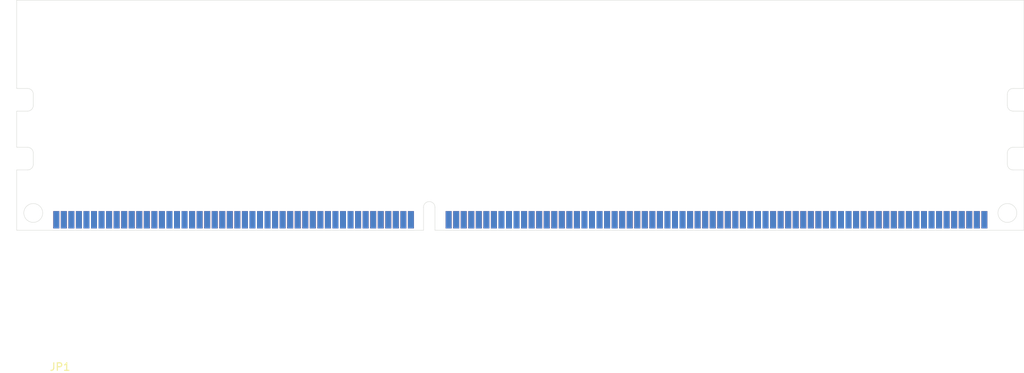
<source format=kicad_pcb>
(kicad_pcb (version 20171130) (host pcbnew "(5.1.4)-1")

  (general
    (thickness 1.3)
    (drawings 34)
    (tracks 0)
    (zones 0)
    (modules 1)
    (nets 1)
  )

  (page A4)
  (layers
    (0 F.Cu signal)
    (31 B.Cu signal)
    (32 B.Adhes user)
    (33 F.Adhes user)
    (34 B.Paste user)
    (35 F.Paste user)
    (36 B.SilkS user)
    (37 F.SilkS user)
    (38 B.Mask user)
    (39 F.Mask user)
    (40 Dwgs.User user)
    (41 Cmts.User user)
    (42 Eco1.User user)
    (43 Eco2.User user)
    (44 Edge.Cuts user)
    (45 Margin user)
    (46 B.CrtYd user)
    (47 F.CrtYd user)
    (48 B.Fab user)
    (49 F.Fab user)
  )

  (setup
    (last_trace_width 0.25)
    (trace_clearance 0.2)
    (zone_clearance 0.508)
    (zone_45_only no)
    (trace_min 0.2)
    (via_size 0.8)
    (via_drill 0.4)
    (via_min_size 0.4)
    (via_min_drill 0.3)
    (uvia_size 0.3)
    (uvia_drill 0.1)
    (uvias_allowed no)
    (uvia_min_size 0.2)
    (uvia_min_drill 0.1)
    (edge_width 0.05)
    (segment_width 0.2)
    (pcb_text_width 0.3)
    (pcb_text_size 1.5 1.5)
    (mod_edge_width 0.12)
    (mod_text_size 1 1)
    (mod_text_width 0.15)
    (pad_size 1.524 1.524)
    (pad_drill 0.762)
    (pad_to_mask_clearance 0.051)
    (solder_mask_min_width 0.25)
    (aux_axis_origin 0 0)
    (visible_elements 7FFFFFFF)
    (pcbplotparams
      (layerselection 0x010fc_ffffffff)
      (usegerberextensions false)
      (usegerberattributes false)
      (usegerberadvancedattributes false)
      (creategerberjobfile false)
      (excludeedgelayer true)
      (linewidth 0.100000)
      (plotframeref false)
      (viasonmask false)
      (mode 1)
      (useauxorigin false)
      (hpglpennumber 1)
      (hpglpenspeed 20)
      (hpglpendiameter 15.000000)
      (psnegative false)
      (psa4output false)
      (plotreference true)
      (plotvalue true)
      (plotinvisibletext false)
      (padsonsilk false)
      (subtractmaskfromsilk false)
      (outputformat 1)
      (mirror false)
      (drillshape 1)
      (scaleselection 1)
      (outputdirectory ""))
  )

  (net 0 "")

  (net_class Default "Esta es la clase de red por defecto."
    (clearance 0.2)
    (trace_width 0.25)
    (via_dia 0.8)
    (via_drill 0.4)
    (uvia_dia 0.3)
    (uvia_drill 0.1)
    (add_net "Net-(JP1-Pad1)")
    (add_net "Net-(JP1-Pad10)")
    (add_net "Net-(JP1-Pad100)")
    (add_net "Net-(JP1-Pad101)")
    (add_net "Net-(JP1-Pad102)")
    (add_net "Net-(JP1-Pad103)")
    (add_net "Net-(JP1-Pad104)")
    (add_net "Net-(JP1-Pad105)")
    (add_net "Net-(JP1-Pad106)")
    (add_net "Net-(JP1-Pad107)")
    (add_net "Net-(JP1-Pad108)")
    (add_net "Net-(JP1-Pad109)")
    (add_net "Net-(JP1-Pad11)")
    (add_net "Net-(JP1-Pad110)")
    (add_net "Net-(JP1-Pad111)")
    (add_net "Net-(JP1-Pad112)")
    (add_net "Net-(JP1-Pad113)")
    (add_net "Net-(JP1-Pad114)")
    (add_net "Net-(JP1-Pad115)")
    (add_net "Net-(JP1-Pad116)")
    (add_net "Net-(JP1-Pad117)")
    (add_net "Net-(JP1-Pad118)")
    (add_net "Net-(JP1-Pad119)")
    (add_net "Net-(JP1-Pad12)")
    (add_net "Net-(JP1-Pad120)")
    (add_net "Net-(JP1-Pad121)")
    (add_net "Net-(JP1-Pad122)")
    (add_net "Net-(JP1-Pad123)")
    (add_net "Net-(JP1-Pad124)")
    (add_net "Net-(JP1-Pad125)")
    (add_net "Net-(JP1-Pad126)")
    (add_net "Net-(JP1-Pad127)")
    (add_net "Net-(JP1-Pad128)")
    (add_net "Net-(JP1-Pad129)")
    (add_net "Net-(JP1-Pad13)")
    (add_net "Net-(JP1-Pad130)")
    (add_net "Net-(JP1-Pad131)")
    (add_net "Net-(JP1-Pad132)")
    (add_net "Net-(JP1-Pad133)")
    (add_net "Net-(JP1-Pad134)")
    (add_net "Net-(JP1-Pad135)")
    (add_net "Net-(JP1-Pad136)")
    (add_net "Net-(JP1-Pad137)")
    (add_net "Net-(JP1-Pad138)")
    (add_net "Net-(JP1-Pad139)")
    (add_net "Net-(JP1-Pad14)")
    (add_net "Net-(JP1-Pad140)")
    (add_net "Net-(JP1-Pad141)")
    (add_net "Net-(JP1-Pad142)")
    (add_net "Net-(JP1-Pad143)")
    (add_net "Net-(JP1-Pad144)")
    (add_net "Net-(JP1-Pad145)")
    (add_net "Net-(JP1-Pad146)")
    (add_net "Net-(JP1-Pad147)")
    (add_net "Net-(JP1-Pad148)")
    (add_net "Net-(JP1-Pad149)")
    (add_net "Net-(JP1-Pad15)")
    (add_net "Net-(JP1-Pad150)")
    (add_net "Net-(JP1-Pad151)")
    (add_net "Net-(JP1-Pad152)")
    (add_net "Net-(JP1-Pad153)")
    (add_net "Net-(JP1-Pad154)")
    (add_net "Net-(JP1-Pad155)")
    (add_net "Net-(JP1-Pad156)")
    (add_net "Net-(JP1-Pad157)")
    (add_net "Net-(JP1-Pad158)")
    (add_net "Net-(JP1-Pad159)")
    (add_net "Net-(JP1-Pad16)")
    (add_net "Net-(JP1-Pad160)")
    (add_net "Net-(JP1-Pad161)")
    (add_net "Net-(JP1-Pad162)")
    (add_net "Net-(JP1-Pad163)")
    (add_net "Net-(JP1-Pad164)")
    (add_net "Net-(JP1-Pad165)")
    (add_net "Net-(JP1-Pad166)")
    (add_net "Net-(JP1-Pad167)")
    (add_net "Net-(JP1-Pad168)")
    (add_net "Net-(JP1-Pad169)")
    (add_net "Net-(JP1-Pad17)")
    (add_net "Net-(JP1-Pad170)")
    (add_net "Net-(JP1-Pad171)")
    (add_net "Net-(JP1-Pad172)")
    (add_net "Net-(JP1-Pad173)")
    (add_net "Net-(JP1-Pad174)")
    (add_net "Net-(JP1-Pad175)")
    (add_net "Net-(JP1-Pad176)")
    (add_net "Net-(JP1-Pad177)")
    (add_net "Net-(JP1-Pad178)")
    (add_net "Net-(JP1-Pad179)")
    (add_net "Net-(JP1-Pad18)")
    (add_net "Net-(JP1-Pad180)")
    (add_net "Net-(JP1-Pad181)")
    (add_net "Net-(JP1-Pad182)")
    (add_net "Net-(JP1-Pad183)")
    (add_net "Net-(JP1-Pad184)")
    (add_net "Net-(JP1-Pad185)")
    (add_net "Net-(JP1-Pad186)")
    (add_net "Net-(JP1-Pad187)")
    (add_net "Net-(JP1-Pad188)")
    (add_net "Net-(JP1-Pad189)")
    (add_net "Net-(JP1-Pad19)")
    (add_net "Net-(JP1-Pad190)")
    (add_net "Net-(JP1-Pad191)")
    (add_net "Net-(JP1-Pad192)")
    (add_net "Net-(JP1-Pad193)")
    (add_net "Net-(JP1-Pad194)")
    (add_net "Net-(JP1-Pad195)")
    (add_net "Net-(JP1-Pad196)")
    (add_net "Net-(JP1-Pad197)")
    (add_net "Net-(JP1-Pad198)")
    (add_net "Net-(JP1-Pad199)")
    (add_net "Net-(JP1-Pad2)")
    (add_net "Net-(JP1-Pad20)")
    (add_net "Net-(JP1-Pad200)")
    (add_net "Net-(JP1-Pad201)")
    (add_net "Net-(JP1-Pad202)")
    (add_net "Net-(JP1-Pad203)")
    (add_net "Net-(JP1-Pad204)")
    (add_net "Net-(JP1-Pad205)")
    (add_net "Net-(JP1-Pad206)")
    (add_net "Net-(JP1-Pad207)")
    (add_net "Net-(JP1-Pad208)")
    (add_net "Net-(JP1-Pad209)")
    (add_net "Net-(JP1-Pad21)")
    (add_net "Net-(JP1-Pad210)")
    (add_net "Net-(JP1-Pad211)")
    (add_net "Net-(JP1-Pad212)")
    (add_net "Net-(JP1-Pad213)")
    (add_net "Net-(JP1-Pad214)")
    (add_net "Net-(JP1-Pad215)")
    (add_net "Net-(JP1-Pad216)")
    (add_net "Net-(JP1-Pad217)")
    (add_net "Net-(JP1-Pad218)")
    (add_net "Net-(JP1-Pad219)")
    (add_net "Net-(JP1-Pad22)")
    (add_net "Net-(JP1-Pad220)")
    (add_net "Net-(JP1-Pad221)")
    (add_net "Net-(JP1-Pad222)")
    (add_net "Net-(JP1-Pad223)")
    (add_net "Net-(JP1-Pad224)")
    (add_net "Net-(JP1-Pad225)")
    (add_net "Net-(JP1-Pad226)")
    (add_net "Net-(JP1-Pad227)")
    (add_net "Net-(JP1-Pad228)")
    (add_net "Net-(JP1-Pad229)")
    (add_net "Net-(JP1-Pad23)")
    (add_net "Net-(JP1-Pad230)")
    (add_net "Net-(JP1-Pad231)")
    (add_net "Net-(JP1-Pad232)")
    (add_net "Net-(JP1-Pad233)")
    (add_net "Net-(JP1-Pad234)")
    (add_net "Net-(JP1-Pad235)")
    (add_net "Net-(JP1-Pad236)")
    (add_net "Net-(JP1-Pad237)")
    (add_net "Net-(JP1-Pad238)")
    (add_net "Net-(JP1-Pad239)")
    (add_net "Net-(JP1-Pad24)")
    (add_net "Net-(JP1-Pad240)")
    (add_net "Net-(JP1-Pad25)")
    (add_net "Net-(JP1-Pad26)")
    (add_net "Net-(JP1-Pad27)")
    (add_net "Net-(JP1-Pad28)")
    (add_net "Net-(JP1-Pad29)")
    (add_net "Net-(JP1-Pad3)")
    (add_net "Net-(JP1-Pad30)")
    (add_net "Net-(JP1-Pad31)")
    (add_net "Net-(JP1-Pad32)")
    (add_net "Net-(JP1-Pad33)")
    (add_net "Net-(JP1-Pad34)")
    (add_net "Net-(JP1-Pad35)")
    (add_net "Net-(JP1-Pad36)")
    (add_net "Net-(JP1-Pad37)")
    (add_net "Net-(JP1-Pad38)")
    (add_net "Net-(JP1-Pad39)")
    (add_net "Net-(JP1-Pad4)")
    (add_net "Net-(JP1-Pad40)")
    (add_net "Net-(JP1-Pad41)")
    (add_net "Net-(JP1-Pad42)")
    (add_net "Net-(JP1-Pad43)")
    (add_net "Net-(JP1-Pad44)")
    (add_net "Net-(JP1-Pad45)")
    (add_net "Net-(JP1-Pad46)")
    (add_net "Net-(JP1-Pad47)")
    (add_net "Net-(JP1-Pad48)")
    (add_net "Net-(JP1-Pad49)")
    (add_net "Net-(JP1-Pad5)")
    (add_net "Net-(JP1-Pad50)")
    (add_net "Net-(JP1-Pad51)")
    (add_net "Net-(JP1-Pad52)")
    (add_net "Net-(JP1-Pad53)")
    (add_net "Net-(JP1-Pad54)")
    (add_net "Net-(JP1-Pad55)")
    (add_net "Net-(JP1-Pad56)")
    (add_net "Net-(JP1-Pad57)")
    (add_net "Net-(JP1-Pad58)")
    (add_net "Net-(JP1-Pad59)")
    (add_net "Net-(JP1-Pad6)")
    (add_net "Net-(JP1-Pad60)")
    (add_net "Net-(JP1-Pad61)")
    (add_net "Net-(JP1-Pad62)")
    (add_net "Net-(JP1-Pad63)")
    (add_net "Net-(JP1-Pad64)")
    (add_net "Net-(JP1-Pad65)")
    (add_net "Net-(JP1-Pad66)")
    (add_net "Net-(JP1-Pad67)")
    (add_net "Net-(JP1-Pad68)")
    (add_net "Net-(JP1-Pad69)")
    (add_net "Net-(JP1-Pad7)")
    (add_net "Net-(JP1-Pad70)")
    (add_net "Net-(JP1-Pad71)")
    (add_net "Net-(JP1-Pad72)")
    (add_net "Net-(JP1-Pad73)")
    (add_net "Net-(JP1-Pad74)")
    (add_net "Net-(JP1-Pad75)")
    (add_net "Net-(JP1-Pad76)")
    (add_net "Net-(JP1-Pad77)")
    (add_net "Net-(JP1-Pad78)")
    (add_net "Net-(JP1-Pad79)")
    (add_net "Net-(JP1-Pad8)")
    (add_net "Net-(JP1-Pad80)")
    (add_net "Net-(JP1-Pad81)")
    (add_net "Net-(JP1-Pad82)")
    (add_net "Net-(JP1-Pad83)")
    (add_net "Net-(JP1-Pad84)")
    (add_net "Net-(JP1-Pad85)")
    (add_net "Net-(JP1-Pad86)")
    (add_net "Net-(JP1-Pad87)")
    (add_net "Net-(JP1-Pad88)")
    (add_net "Net-(JP1-Pad89)")
    (add_net "Net-(JP1-Pad9)")
    (add_net "Net-(JP1-Pad90)")
    (add_net "Net-(JP1-Pad91)")
    (add_net "Net-(JP1-Pad92)")
    (add_net "Net-(JP1-Pad93)")
    (add_net "Net-(JP1-Pad94)")
    (add_net "Net-(JP1-Pad95)")
    (add_net "Net-(JP1-Pad96)")
    (add_net "Net-(JP1-Pad97)")
    (add_net "Net-(JP1-Pad98)")
    (add_net "Net-(JP1-Pad99)")
  )

  (module DDR3_UDIMM:DDR3_UDIMM (layer F.Cu) (tedit 601F0D7A) (tstamp 6020C61C)
    (at 5.25 -1.4)
    (path /6025FAF9/6025FC21)
    (fp_text reference JP1 (at 0.5 19.5) (layer F.SilkS)
      (effects (font (size 1 1) (thickness 0.15)))
    )
    (fp_text value DDR3_UDIMM_PINOUT (at 0.5 18.5) (layer F.Fab)
      (effects (font (size 1 1) (thickness 0.15)))
    )
    (pad 132 smd rect (at 11 0) (size 0.8 2.3) (layers B.Cu B.Paste B.Mask))
    (pad 182 smd rect (at 65 0) (size 0.8 2.3) (layers B.Cu B.Paste B.Mask))
    (pad 152 smd rect (at 31 0) (size 0.8 2.3) (layers B.Cu B.Paste B.Mask))
    (pad 175 smd rect (at 58 0) (size 0.8 2.3) (layers B.Cu B.Paste B.Mask))
    (pad 181 smd rect (at 64 0) (size 0.8 2.3) (layers B.Cu B.Paste B.Mask))
    (pad 184 smd rect (at 67 0) (size 0.8 2.3) (layers B.Cu B.Paste B.Mask))
    (pad 180 smd rect (at 63 0) (size 0.8 2.3) (layers B.Cu B.Paste B.Mask))
    (pad 177 smd rect (at 60 0) (size 0.8 2.3) (layers B.Cu B.Paste B.Mask))
    (pad 125 smd rect (at 4 0) (size 0.8 2.3) (layers B.Cu B.Paste B.Mask))
    (pad 135 smd rect (at 14 0) (size 0.8 2.3) (layers B.Cu B.Paste B.Mask))
    (pad 164 smd rect (at 43 0) (size 0.8 2.3) (layers B.Cu B.Paste B.Mask))
    (pad 159 smd rect (at 38 0) (size 0.8 2.3) (layers B.Cu B.Paste B.Mask))
    (pad 183 smd rect (at 66 0) (size 0.8 2.3) (layers B.Cu B.Paste B.Mask))
    (pad 141 smd rect (at 20 0) (size 0.8 2.3) (layers B.Cu B.Paste B.Mask))
    (pad 155 smd rect (at 34 0) (size 0.8 2.3) (layers B.Cu B.Paste B.Mask))
    (pad 161 smd rect (at 40 0) (size 0.8 2.3) (layers B.Cu B.Paste B.Mask))
    (pad 173 smd rect (at 56 0) (size 0.8 2.3) (layers B.Cu B.Paste B.Mask))
    (pad 162 smd rect (at 41 0) (size 0.8 2.3) (layers B.Cu B.Paste B.Mask))
    (pad 127 smd rect (at 6 0) (size 0.8 2.3) (layers B.Cu B.Paste B.Mask))
    (pad 126 smd rect (at 5 0) (size 0.8 2.3) (layers B.Cu B.Paste B.Mask))
    (pad 133 smd rect (at 12 0) (size 0.8 2.3) (layers B.Cu B.Paste B.Mask))
    (pad 123 smd rect (at 2 0) (size 0.8 2.3) (layers B.Cu B.Paste B.Mask))
    (pad 145 smd rect (at 24 0) (size 0.8 2.3) (layers B.Cu B.Paste B.Mask))
    (pad 166 smd rect (at 45 0) (size 0.8 2.3) (layers B.Cu B.Paste B.Mask))
    (pad 156 smd rect (at 35 0) (size 0.8 2.3) (layers B.Cu B.Paste B.Mask))
    (pad 168 smd rect (at 47 0) (size 0.8 2.3) (layers B.Cu B.Paste B.Mask))
    (pad 169 smd rect (at 52 0) (size 0.8 2.3) (layers B.Cu B.Paste B.Mask))
    (pad 170 smd rect (at 53 0) (size 0.8 2.3) (layers B.Cu B.Paste B.Mask))
    (pad 172 smd rect (at 55 0) (size 0.8 2.3) (layers B.Cu B.Paste B.Mask))
    (pad 163 smd rect (at 42 0) (size 0.8 2.3) (layers B.Cu B.Paste B.Mask))
    (pad 128 smd rect (at 7 0) (size 0.8 2.3) (layers B.Cu B.Paste B.Mask))
    (pad 139 smd rect (at 18 0) (size 0.8 2.3) (layers B.Cu B.Paste B.Mask))
    (pad 122 smd rect (at 1 0) (size 0.8 2.3) (layers B.Cu B.Paste B.Mask))
    (pad 144 smd rect (at 23 0) (size 0.8 2.3) (layers B.Cu B.Paste B.Mask))
    (pad 153 smd rect (at 32 0) (size 0.8 2.3) (layers B.Cu B.Paste B.Mask))
    (pad 142 smd rect (at 21 0) (size 0.8 2.3) (layers B.Cu B.Paste B.Mask))
    (pad 160 smd rect (at 39 0) (size 0.8 2.3) (layers B.Cu B.Paste B.Mask))
    (pad 171 smd rect (at 54 0) (size 0.8 2.3) (layers B.Cu B.Paste B.Mask))
    (pad 157 smd rect (at 36 0) (size 0.8 2.3) (layers B.Cu B.Paste B.Mask))
    (pad 167 smd rect (at 46 0) (size 0.8 2.3) (layers B.Cu B.Paste B.Mask))
    (pad 131 smd rect (at 10 0) (size 0.8 2.3) (layers B.Cu B.Paste B.Mask))
    (pad 147 smd rect (at 26 0) (size 0.8 2.3) (layers B.Cu B.Paste B.Mask))
    (pad 178 smd rect (at 61 0) (size 0.8 2.3) (layers B.Cu B.Paste B.Mask))
    (pad 121 smd rect (at 0 0) (size 0.8 2.3) (layers B.Cu B.Paste B.Mask))
    (pad 148 smd rect (at 27 0) (size 0.8 2.3) (layers B.Cu B.Paste B.Mask))
    (pad 150 smd rect (at 29 0) (size 0.8 2.3) (layers B.Cu B.Paste B.Mask))
    (pad 137 smd rect (at 16 0) (size 0.8 2.3) (layers B.Cu B.Paste B.Mask))
    (pad 174 smd rect (at 57 0) (size 0.8 2.3) (layers B.Cu B.Paste B.Mask))
    (pad 158 smd rect (at 37 0) (size 0.8 2.3) (layers B.Cu B.Paste B.Mask))
    (pad 179 smd rect (at 62 0) (size 0.8 2.3) (layers B.Cu B.Paste B.Mask))
    (pad 140 smd rect (at 19 0) (size 0.8 2.3) (layers B.Cu B.Paste B.Mask))
    (pad 138 smd rect (at 17 0) (size 0.8 2.3) (layers B.Cu B.Paste B.Mask))
    (pad 130 smd rect (at 9 0) (size 0.8 2.3) (layers B.Cu B.Paste B.Mask))
    (pad 134 smd rect (at 13 0) (size 0.8 2.3) (layers B.Cu B.Paste B.Mask))
    (pad 136 smd rect (at 15 0) (size 0.8 2.3) (layers B.Cu B.Paste B.Mask))
    (pad 143 smd rect (at 22 0) (size 0.8 2.3) (layers B.Cu B.Paste B.Mask))
    (pad 146 smd rect (at 25 0) (size 0.8 2.3) (layers B.Cu B.Paste B.Mask))
    (pad 124 smd rect (at 3 0) (size 0.8 2.3) (layers B.Cu B.Paste B.Mask))
    (pad 151 smd rect (at 30 0) (size 0.8 2.3) (layers B.Cu B.Paste B.Mask))
    (pad 154 smd rect (at 33 0) (size 0.8 2.3) (layers B.Cu B.Paste B.Mask))
    (pad 129 smd rect (at 8 0) (size 0.8 2.3) (layers B.Cu B.Paste B.Mask))
    (pad 149 smd rect (at 28 0) (size 0.8 2.3) (layers B.Cu B.Paste B.Mask))
    (pad 176 smd rect (at 59 0) (size 0.8 2.3) (layers B.Cu B.Paste B.Mask))
    (pad 240 smd rect (at 123 0) (size 0.8 2.3) (layers B.Cu B.Paste B.Mask))
    (pad 221 smd rect (at 104 0) (size 0.8 2.3) (layers B.Cu B.Paste B.Mask))
    (pad 238 smd rect (at 121 0) (size 0.8 2.3) (layers B.Cu B.Paste B.Mask))
    (pad 190 smd rect (at 73 0) (size 0.8 2.3) (layers B.Cu B.Paste B.Mask))
    (pad 213 smd rect (at 96 0) (size 0.8 2.3) (layers B.Cu B.Paste B.Mask))
    (pad 217 smd rect (at 100 0) (size 0.8 2.3) (layers B.Cu B.Paste B.Mask))
    (pad 206 smd rect (at 89 0) (size 0.8 2.3) (layers B.Cu B.Paste B.Mask))
    (pad 211 smd rect (at 94 0) (size 0.8 2.3) (layers B.Cu B.Paste B.Mask))
    (pad 209 smd rect (at 92 0) (size 0.8 2.3) (layers B.Cu B.Paste B.Mask))
    (pad 187 smd rect (at 70 0) (size 0.8 2.3) (layers B.Cu B.Paste B.Mask))
    (pad 189 smd rect (at 72 0) (size 0.8 2.3) (layers B.Cu B.Paste B.Mask))
    (pad 200 smd rect (at 83 0) (size 0.8 2.3) (layers B.Cu B.Paste B.Mask))
    (pad 236 smd rect (at 119 0) (size 0.8 2.3) (layers B.Cu B.Paste B.Mask))
    (pad 222 smd rect (at 105 0) (size 0.8 2.3) (layers B.Cu B.Paste B.Mask))
    (pad 197 smd rect (at 80 0) (size 0.8 2.3) (layers B.Cu B.Paste B.Mask))
    (pad 235 smd rect (at 118 0) (size 0.8 2.3) (layers B.Cu B.Paste B.Mask))
    (pad 234 smd rect (at 117 0) (size 0.8 2.3) (layers B.Cu B.Paste B.Mask))
    (pad 231 smd rect (at 114 0) (size 0.8 2.3) (layers B.Cu B.Paste B.Mask))
    (pad 199 smd rect (at 82 0) (size 0.8 2.3) (layers B.Cu B.Paste B.Mask))
    (pad 232 smd rect (at 115 0) (size 0.8 2.3) (layers B.Cu B.Paste B.Mask))
    (pad 226 smd rect (at 109 0) (size 0.8 2.3) (layers B.Cu B.Paste B.Mask))
    (pad 198 smd rect (at 81 0) (size 0.8 2.3) (layers B.Cu B.Paste B.Mask))
    (pad 193 smd rect (at 76 0) (size 0.8 2.3) (layers B.Cu B.Paste B.Mask))
    (pad 218 smd rect (at 101 0) (size 0.8 2.3) (layers B.Cu B.Paste B.Mask))
    (pad 223 smd rect (at 106 0) (size 0.8 2.3) (layers B.Cu B.Paste B.Mask))
    (pad 228 smd rect (at 111 0) (size 0.8 2.3) (layers B.Cu B.Paste B.Mask))
    (pad 186 smd rect (at 69 0) (size 0.8 2.3) (layers B.Cu B.Paste B.Mask))
    (pad 230 smd rect (at 113 0) (size 0.8 2.3) (layers B.Cu B.Paste B.Mask))
    (pad 210 smd rect (at 93 0) (size 0.8 2.3) (layers B.Cu B.Paste B.Mask))
    (pad 216 smd rect (at 99 0) (size 0.8 2.3) (layers B.Cu B.Paste B.Mask))
    (pad 192 smd rect (at 75 0) (size 0.8 2.3) (layers B.Cu B.Paste B.Mask))
    (pad 237 smd rect (at 120 0) (size 0.8 2.3) (layers B.Cu B.Paste B.Mask))
    (pad 188 smd rect (at 71 0) (size 0.8 2.3) (layers B.Cu B.Paste B.Mask))
    (pad 194 smd rect (at 77 0) (size 0.8 2.3) (layers B.Cu B.Paste B.Mask))
    (pad 225 smd rect (at 108 0) (size 0.8 2.3) (layers B.Cu B.Paste B.Mask))
    (pad 219 smd rect (at 102 0) (size 0.8 2.3) (layers B.Cu B.Paste B.Mask))
    (pad 239 smd rect (at 122 0) (size 0.8 2.3) (layers B.Cu B.Paste B.Mask))
    (pad 215 smd rect (at 98 0) (size 0.8 2.3) (layers B.Cu B.Paste B.Mask))
    (pad 191 smd rect (at 74 0) (size 0.8 2.3) (layers B.Cu B.Paste B.Mask))
    (pad 203 smd rect (at 86 0) (size 0.8 2.3) (layers B.Cu B.Paste B.Mask))
    (pad 224 smd rect (at 107 0) (size 0.8 2.3) (layers B.Cu B.Paste B.Mask))
    (pad 208 smd rect (at 91 0) (size 0.8 2.3) (layers B.Cu B.Paste B.Mask))
    (pad 195 smd rect (at 78 0) (size 0.8 2.3) (layers B.Cu B.Paste B.Mask))
    (pad 233 smd rect (at 116 0) (size 0.8 2.3) (layers B.Cu B.Paste B.Mask))
    (pad 207 smd rect (at 90 0) (size 0.8 2.3) (layers B.Cu B.Paste B.Mask))
    (pad 214 smd rect (at 97 0) (size 0.8 2.3) (layers B.Cu B.Paste B.Mask))
    (pad 204 smd rect (at 87 0) (size 0.8 2.3) (layers B.Cu B.Paste B.Mask))
    (pad 196 smd rect (at 79 0) (size 0.8 2.3) (layers B.Cu B.Paste B.Mask))
    (pad 201 smd rect (at 84 0) (size 0.8 2.3) (layers B.Cu B.Paste B.Mask))
    (pad 202 smd rect (at 85 0) (size 0.8 2.3) (layers B.Cu B.Paste B.Mask))
    (pad 165 smd rect (at 44 0) (size 0.8 2.3) (layers B.Cu B.Paste B.Mask))
    (pad 205 smd rect (at 88 0) (size 0.8 2.3) (layers B.Cu B.Paste B.Mask))
    (pad 185 smd rect (at 68 0) (size 0.8 2.3) (layers B.Cu B.Paste B.Mask))
    (pad 227 smd rect (at 110 0) (size 0.8 2.3) (layers B.Cu B.Paste B.Mask))
    (pad 229 smd rect (at 112 0) (size 0.8 2.3) (layers B.Cu B.Paste B.Mask))
    (pad 212 smd rect (at 95 0) (size 0.8 2.3) (layers B.Cu B.Paste B.Mask))
    (pad 220 smd rect (at 103 0) (size 0.8 2.3) (layers B.Cu B.Paste B.Mask))
    (pad 96 smd rect (at 99 0) (size 0.8 2.3) (layers F.Cu F.Paste F.Mask))
    (pad 110 smd rect (at 113 0) (size 0.8 2.3) (layers F.Cu F.Paste F.Mask))
    (pad 112 smd rect (at 115 0) (size 0.8 2.3) (layers F.Cu F.Paste F.Mask))
    (pad 114 smd rect (at 117 0) (size 0.8 2.3) (layers F.Cu F.Paste F.Mask))
    (pad 115 smd rect (at 118 0) (size 0.8 2.3) (layers F.Cu F.Paste F.Mask))
    (pad 102 smd rect (at 105 0) (size 0.8 2.3) (layers F.Cu F.Paste F.Mask))
    (pad 116 smd rect (at 119 0) (size 0.8 2.3) (layers F.Cu F.Paste F.Mask))
    (pad 108 smd rect (at 111 0) (size 0.8 2.3) (layers F.Cu F.Paste F.Mask))
    (pad 118 smd rect (at 121 0) (size 0.8 2.3) (layers F.Cu F.Paste F.Mask))
    (pad 101 smd rect (at 104 0) (size 0.8 2.3) (layers F.Cu F.Paste F.Mask))
    (pad 120 smd rect (at 123 0) (size 0.8 2.3) (layers F.Cu F.Paste F.Mask))
    (pad 119 smd rect (at 122 0) (size 0.8 2.3) (layers F.Cu F.Paste F.Mask))
    (pad 106 smd rect (at 109 0) (size 0.8 2.3) (layers F.Cu F.Paste F.Mask))
    (pad 100 smd rect (at 103 0) (size 0.8 2.3) (layers F.Cu F.Paste F.Mask))
    (pad 109 smd rect (at 112 0) (size 0.8 2.3) (layers F.Cu F.Paste F.Mask))
    (pad 111 smd rect (at 114 0) (size 0.8 2.3) (layers F.Cu F.Paste F.Mask))
    (pad 113 smd rect (at 116 0) (size 0.8 2.3) (layers F.Cu F.Paste F.Mask))
    (pad 117 smd rect (at 120 0) (size 0.8 2.3) (layers F.Cu F.Paste F.Mask))
    (pad 104 smd rect (at 107 0) (size 0.8 2.3) (layers F.Cu F.Paste F.Mask))
    (pad 107 smd rect (at 110 0) (size 0.8 2.3) (layers F.Cu F.Paste F.Mask))
    (pad 103 smd rect (at 106 0) (size 0.8 2.3) (layers F.Cu F.Paste F.Mask))
    (pad 105 smd rect (at 108 0) (size 0.8 2.3) (layers F.Cu F.Paste F.Mask))
    (pad 75 smd rect (at 78 0) (size 0.8 2.3) (layers F.Cu F.Paste F.Mask))
    (pad 77 smd rect (at 80 0) (size 0.8 2.3) (layers F.Cu F.Paste F.Mask))
    (pad 79 smd rect (at 82 0) (size 0.8 2.3) (layers F.Cu F.Paste F.Mask))
    (pad 80 smd rect (at 83 0) (size 0.8 2.3) (layers F.Cu F.Paste F.Mask))
    (pad 67 smd rect (at 70 0) (size 0.8 2.3) (layers F.Cu F.Paste F.Mask))
    (pad 81 smd rect (at 84 0) (size 0.8 2.3) (layers F.Cu F.Paste F.Mask))
    (pad 73 smd rect (at 76 0) (size 0.8 2.3) (layers F.Cu F.Paste F.Mask))
    (pad 83 smd rect (at 86 0) (size 0.8 2.3) (layers F.Cu F.Paste F.Mask))
    (pad 66 smd rect (at 69 0) (size 0.8 2.3) (layers F.Cu F.Paste F.Mask))
    (pad 86 smd rect (at 89 0) (size 0.8 2.3) (layers F.Cu F.Paste F.Mask))
    (pad 85 smd rect (at 88 0) (size 0.8 2.3) (layers F.Cu F.Paste F.Mask))
    (pad 87 smd rect (at 90 0) (size 0.8 2.3) (layers F.Cu F.Paste F.Mask))
    (pad 84 smd rect (at 87 0) (size 0.8 2.3) (layers F.Cu F.Paste F.Mask))
    (pad 71 smd rect (at 74 0) (size 0.8 2.3) (layers F.Cu F.Paste F.Mask))
    (pad 65 smd rect (at 68 0) (size 0.8 2.3) (layers F.Cu F.Paste F.Mask))
    (pad 74 smd rect (at 77 0) (size 0.8 2.3) (layers F.Cu F.Paste F.Mask))
    (pad 76 smd rect (at 79 0) (size 0.8 2.3) (layers F.Cu F.Paste F.Mask))
    (pad 78 smd rect (at 81 0) (size 0.8 2.3) (layers F.Cu F.Paste F.Mask))
    (pad 82 smd rect (at 85 0) (size 0.8 2.3) (layers F.Cu F.Paste F.Mask))
    (pad 69 smd rect (at 72 0) (size 0.8 2.3) (layers F.Cu F.Paste F.Mask))
    (pad 72 smd rect (at 75 0) (size 0.8 2.3) (layers F.Cu F.Paste F.Mask))
    (pad 68 smd rect (at 71 0) (size 0.8 2.3) (layers F.Cu F.Paste F.Mask))
    (pad 70 smd rect (at 73 0) (size 0.8 2.3) (layers F.Cu F.Paste F.Mask))
    (pad 94 smd rect (at 97 0) (size 0.8 2.3) (layers F.Cu F.Paste F.Mask))
    (pad 89 smd rect (at 92 0) (size 0.8 2.3) (layers F.Cu F.Paste F.Mask))
    (pad 95 smd rect (at 98 0) (size 0.8 2.3) (layers F.Cu F.Paste F.Mask))
    (pad 99 smd rect (at 102 0) (size 0.8 2.3) (layers F.Cu F.Paste F.Mask))
    (pad 88 smd rect (at 91 0) (size 0.8 2.3) (layers F.Cu F.Paste F.Mask))
    (pad 91 smd rect (at 94 0) (size 0.8 2.3) (layers F.Cu F.Paste F.Mask))
    (pad 92 smd rect (at 95 0) (size 0.8 2.3) (layers F.Cu F.Paste F.Mask))
    (pad 97 smd rect (at 100 0) (size 0.8 2.3) (layers F.Cu F.Paste F.Mask))
    (pad 93 smd rect (at 96 0) (size 0.8 2.3) (layers F.Cu F.Paste F.Mask))
    (pad 98 smd rect (at 101 0) (size 0.8 2.3) (layers F.Cu F.Paste F.Mask))
    (pad 90 smd rect (at 93 0) (size 0.8 2.3) (layers F.Cu F.Paste F.Mask))
    (pad 45 smd rect (at 44 0) (size 0.8 2.3) (layers F.Cu F.Paste F.Mask))
    (pad 47 smd rect (at 46 0) (size 0.8 2.3) (layers F.Cu F.Paste F.Mask))
    (pad 37 smd rect (at 36 0) (size 0.8 2.3) (layers F.Cu F.Paste F.Mask))
    (pad 43 smd rect (at 42 0) (size 0.8 2.3) (layers F.Cu F.Paste F.Mask))
    (pad 49 smd rect (at 52 0) (size 0.8 2.3) (layers F.Cu F.Paste F.Mask))
    (pad 36 smd rect (at 35 0) (size 0.8 2.3) (layers F.Cu F.Paste F.Mask))
    (pad 52 smd rect (at 55 0) (size 0.8 2.3) (layers F.Cu F.Paste F.Mask))
    (pad 51 smd rect (at 54 0) (size 0.8 2.3) (layers F.Cu F.Paste F.Mask))
    (pad 53 smd rect (at 56 0) (size 0.8 2.3) (layers F.Cu F.Paste F.Mask))
    (pad 50 smd rect (at 53 0) (size 0.8 2.3) (layers F.Cu F.Paste F.Mask))
    (pad 41 smd rect (at 40 0) (size 0.8 2.3) (layers F.Cu F.Paste F.Mask))
    (pad 35 smd rect (at 34 0) (size 0.8 2.3) (layers F.Cu F.Paste F.Mask))
    (pad 44 smd rect (at 43 0) (size 0.8 2.3) (layers F.Cu F.Paste F.Mask))
    (pad 46 smd rect (at 45 0) (size 0.8 2.3) (layers F.Cu F.Paste F.Mask))
    (pad 48 smd rect (at 47 0) (size 0.8 2.3) (layers F.Cu F.Paste F.Mask))
    (pad 39 smd rect (at 38 0) (size 0.8 2.3) (layers F.Cu F.Paste F.Mask))
    (pad 42 smd rect (at 41 0) (size 0.8 2.3) (layers F.Cu F.Paste F.Mask))
    (pad 38 smd rect (at 37 0) (size 0.8 2.3) (layers F.Cu F.Paste F.Mask))
    (pad 40 smd rect (at 39 0) (size 0.8 2.3) (layers F.Cu F.Paste F.Mask))
    (pad 60 smd rect (at 63 0) (size 0.8 2.3) (layers F.Cu F.Paste F.Mask))
    (pad 55 smd rect (at 58 0) (size 0.8 2.3) (layers F.Cu F.Paste F.Mask))
    (pad 61 smd rect (at 64 0) (size 0.8 2.3) (layers F.Cu F.Paste F.Mask))
    (pad 64 smd rect (at 67 0) (size 0.8 2.3) (layers F.Cu F.Paste F.Mask))
    (pad 54 smd rect (at 57 0) (size 0.8 2.3) (layers F.Cu F.Paste F.Mask))
    (pad 57 smd rect (at 60 0) (size 0.8 2.3) (layers F.Cu F.Paste F.Mask))
    (pad 58 smd rect (at 61 0) (size 0.8 2.3) (layers F.Cu F.Paste F.Mask))
    (pad 62 smd rect (at 65 0) (size 0.8 2.3) (layers F.Cu F.Paste F.Mask))
    (pad 59 smd rect (at 62 0) (size 0.8 2.3) (layers F.Cu F.Paste F.Mask))
    (pad 63 smd rect (at 66 0) (size 0.8 2.3) (layers F.Cu F.Paste F.Mask))
    (pad 56 smd rect (at 59 0) (size 0.8 2.3) (layers F.Cu F.Paste F.Mask))
    (pad 34 smd rect (at 33 0) (size 0.8 2.3) (layers F.Cu F.Paste F.Mask))
    (pad 33 smd rect (at 32 0) (size 0.8 2.3) (layers F.Cu F.Paste F.Mask))
    (pad 32 smd rect (at 31 0) (size 0.8 2.3) (layers F.Cu F.Paste F.Mask))
    (pad 31 smd rect (at 30 0) (size 0.8 2.3) (layers F.Cu F.Paste F.Mask))
    (pad 30 smd rect (at 29 0) (size 0.8 2.3) (layers F.Cu F.Paste F.Mask))
    (pad 29 smd rect (at 28 0) (size 0.8 2.3) (layers F.Cu F.Paste F.Mask))
    (pad 28 smd rect (at 27 0) (size 0.8 2.3) (layers F.Cu F.Paste F.Mask))
    (pad 27 smd rect (at 26 0) (size 0.8 2.3) (layers F.Cu F.Paste F.Mask))
    (pad 26 smd rect (at 25 0) (size 0.8 2.3) (layers F.Cu F.Paste F.Mask))
    (pad 25 smd rect (at 24 0) (size 0.8 2.3) (layers F.Cu F.Paste F.Mask))
    (pad 24 smd rect (at 23 0) (size 0.8 2.3) (layers F.Cu F.Paste F.Mask))
    (pad 23 smd rect (at 22 0) (size 0.8 2.3) (layers F.Cu F.Paste F.Mask))
    (pad 21 smd rect (at 20 0) (size 0.8 2.3) (layers F.Cu F.Paste F.Mask))
    (pad 22 smd rect (at 21 0) (size 0.8 2.3) (layers F.Cu F.Paste F.Mask))
    (pad 20 smd rect (at 19 0) (size 0.8 2.3) (layers F.Cu F.Paste F.Mask))
    (pad 19 smd rect (at 18 0) (size 0.8 2.3) (layers F.Cu F.Paste F.Mask))
    (pad 18 smd rect (at 17 0) (size 0.8 2.3) (layers F.Cu F.Paste F.Mask))
    (pad 17 smd rect (at 16 0) (size 0.8 2.3) (layers F.Cu F.Paste F.Mask))
    (pad 16 smd rect (at 15 0) (size 0.8 2.3) (layers F.Cu F.Paste F.Mask))
    (pad 15 smd rect (at 14 0) (size 0.8 2.3) (layers F.Cu F.Paste F.Mask))
    (pad 14 smd rect (at 13 0) (size 0.8 2.3) (layers F.Cu F.Paste F.Mask))
    (pad 13 smd rect (at 12 0) (size 0.8 2.3) (layers F.Cu F.Paste F.Mask))
    (pad 12 smd rect (at 11 0) (size 0.8 2.3) (layers F.Cu F.Paste F.Mask))
    (pad 11 smd rect (at 10 0) (size 0.8 2.3) (layers F.Cu F.Paste F.Mask))
    (pad 10 smd rect (at 9 0) (size 0.8 2.3) (layers F.Cu F.Paste F.Mask))
    (pad 9 smd rect (at 8 0) (size 0.8 2.3) (layers F.Cu F.Paste F.Mask))
    (pad 8 smd rect (at 7 0) (size 0.8 2.3) (layers F.Cu F.Paste F.Mask))
    (pad 7 smd rect (at 6 0) (size 0.8 2.3) (layers F.Cu F.Paste F.Mask))
    (pad 6 smd rect (at 5 0) (size 0.8 2.3) (layers F.Cu F.Paste F.Mask))
    (pad 5 smd rect (at 4 0) (size 0.8 2.3) (layers F.Cu F.Paste F.Mask))
    (pad 4 smd rect (at 3 0) (size 0.8 2.3) (layers F.Cu F.Paste F.Mask))
    (pad 3 smd rect (at 2 0) (size 0.8 2.3) (layers F.Cu F.Paste F.Mask))
    (pad 2 smd rect (at 1 0) (size 0.8 2.3) (layers F.Cu F.Paste F.Mask))
    (pad 1 smd rect (at 0 0) (size 0.8 2.3) (layers F.Cu F.Paste F.Mask))
  )

  (gr_circle (center 131.3 -2.3) (end 132.55 -2.3) (layer Edge.Cuts) (width 0.05))
  (gr_circle (center 2.2 -2.3) (end 3.45 -2.3) (layer Edge.Cuts) (width 0.05))
  (gr_arc (start 54.68 -3.05) (end 55.44 -3.05) (angle -180) (layer Edge.Cuts) (width 0.05))
  (gr_arc (start 132.05 -8.75) (end 131.3 -8.75) (angle -90) (layer Edge.Cuts) (width 0.05))
  (gr_arc (start 132.05 -10.25) (end 132.05 -11) (angle -90) (layer Edge.Cuts) (width 0.05))
  (gr_arc (start 132.05 -16.55) (end 131.3 -16.55) (angle -90) (layer Edge.Cuts) (width 0.05))
  (gr_arc (start 132.05 -18.05) (end 132.05 -18.8) (angle -90) (layer Edge.Cuts) (width 0.05))
  (gr_arc (start 1.45 -18.05) (end 2.2 -18.05) (angle -90) (layer Edge.Cuts) (width 0.05))
  (gr_arc (start 1.45 -16.55) (end 1.45 -15.8) (angle -90) (layer Edge.Cuts) (width 0.05))
  (gr_arc (start 1.45 -10.25) (end 2.2 -10.25) (angle -90) (layer Edge.Cuts) (width 0.05))
  (gr_arc (start 1.45 -8.75) (end 1.45 -8) (angle -90) (layer Edge.Cuts) (width 0.05))
  (gr_line (start 132.05 -8) (end 133.5 -8) (layer Edge.Cuts) (width 0.05))
  (gr_line (start 133.5 -8) (end 133.5 0) (layer Edge.Cuts) (width 0.05))
  (gr_line (start 133.5 0) (end 55.44 0) (layer Edge.Cuts) (width 0.05))
  (gr_line (start 53.92 0) (end 0 0) (layer Edge.Cuts) (width 0.05))
  (gr_line (start 55.44 0) (end 55.44 -3.05) (layer Edge.Cuts) (width 0.05))
  (gr_line (start 53.92 -3.05) (end 53.92 0) (layer Edge.Cuts) (width 0.05))
  (gr_line (start 133.5 -18.8) (end 132.05 -18.8) (layer Edge.Cuts) (width 0.05))
  (gr_line (start 133.5 -30.5) (end 133.5 -18.8) (layer Edge.Cuts) (width 0.05))
  (gr_line (start 0 -30.5) (end 133.5 -30.5) (layer Edge.Cuts) (width 0.05))
  (gr_line (start 0 -18.8) (end 0 -30.5) (layer Edge.Cuts) (width 0.05))
  (gr_line (start 1.45 -18.8) (end 0 -18.8) (layer Edge.Cuts) (width 0.05))
  (gr_line (start 0 0) (end 0 -8) (layer Edge.Cuts) (width 0.05))
  (gr_line (start 0 -8) (end 1.45 -8) (layer Edge.Cuts) (width 0.05))
  (gr_line (start 2.2 -8.75) (end 2.2 -10.25) (layer Edge.Cuts) (width 0.05))
  (gr_line (start 2.2 -16.55) (end 2.2 -18.05) (layer Edge.Cuts) (width 0.05))
  (gr_line (start 133.5 -15.8) (end 133.5 -11) (layer Edge.Cuts) (width 0.05))
  (gr_line (start 131.3 -10.25) (end 131.3 -8.75) (layer Edge.Cuts) (width 0.05))
  (gr_line (start 131.3 -18.05) (end 131.3 -16.55) (layer Edge.Cuts) (width 0.05))
  (gr_line (start 0 -11) (end 0 -15.8) (layer Edge.Cuts) (width 0.05))
  (gr_line (start 132.05 -15.8) (end 133.5 -15.8) (layer Edge.Cuts) (width 0.05))
  (gr_line (start 133.5 -11) (end 132.05 -11) (layer Edge.Cuts) (width 0.05))
  (gr_line (start 1.45 -11) (end 0 -11) (layer Edge.Cuts) (width 0.05))
  (gr_line (start 0 -15.8) (end 1.45 -15.8) (layer Edge.Cuts) (width 0.05))

)

</source>
